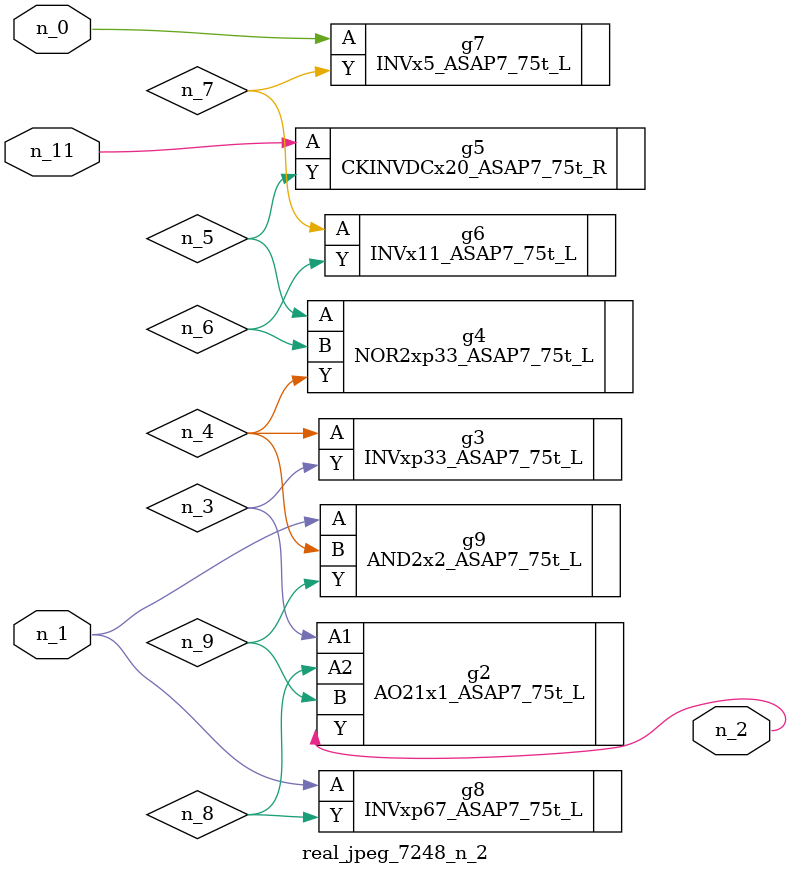
<source format=v>
module real_jpeg_7248_n_2 (n_1, n_11, n_0, n_2);

input n_1;
input n_11;
input n_0;

output n_2;

wire n_5;
wire n_8;
wire n_4;
wire n_6;
wire n_7;
wire n_3;
wire n_9;

INVx5_ASAP7_75t_L g7 ( 
.A(n_0),
.Y(n_7)
);

INVxp67_ASAP7_75t_L g8 ( 
.A(n_1),
.Y(n_8)
);

AND2x2_ASAP7_75t_L g9 ( 
.A(n_1),
.B(n_4),
.Y(n_9)
);

AO21x1_ASAP7_75t_L g2 ( 
.A1(n_3),
.A2(n_8),
.B(n_9),
.Y(n_2)
);

INVxp33_ASAP7_75t_L g3 ( 
.A(n_4),
.Y(n_3)
);

NOR2xp33_ASAP7_75t_L g4 ( 
.A(n_5),
.B(n_6),
.Y(n_4)
);

INVx11_ASAP7_75t_L g6 ( 
.A(n_7),
.Y(n_6)
);

CKINVDCx20_ASAP7_75t_R g5 ( 
.A(n_11),
.Y(n_5)
);


endmodule
</source>
